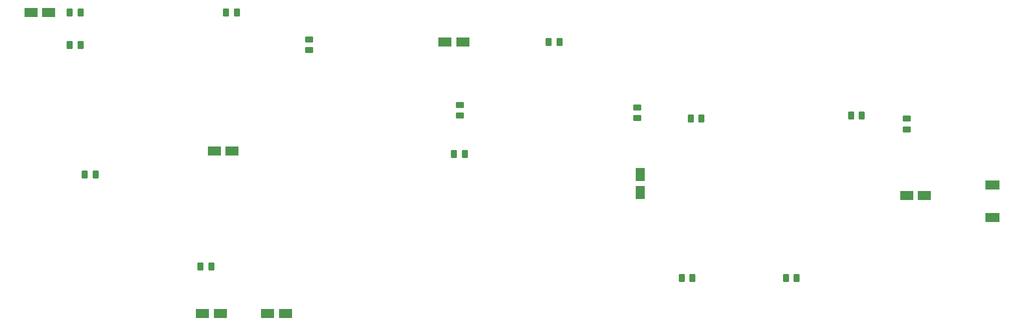
<source format=gbr>
%TF.GenerationSoftware,KiCad,Pcbnew,8.0.8*%
%TF.CreationDate,2026-01-13T22:52:37+05:30*%
%TF.ProjectId,pre audio amplifier,70726520-6175-4646-996f-20616d706c69,rev?*%
%TF.SameCoordinates,Original*%
%TF.FileFunction,Paste,Top*%
%TF.FilePolarity,Positive*%
%FSLAX46Y46*%
G04 Gerber Fmt 4.6, Leading zero omitted, Abs format (unit mm)*
G04 Created by KiCad (PCBNEW 8.0.8) date 2026-01-13 22:52:37*
%MOMM*%
%LPD*%
G01*
G04 APERTURE LIST*
G04 Aperture macros list*
%AMRoundRect*
0 Rectangle with rounded corners*
0 $1 Rounding radius*
0 $2 $3 $4 $5 $6 $7 $8 $9 X,Y pos of 4 corners*
0 Add a 4 corners polygon primitive as box body*
4,1,4,$2,$3,$4,$5,$6,$7,$8,$9,$2,$3,0*
0 Add four circle primitives for the rounded corners*
1,1,$1+$1,$2,$3*
1,1,$1+$1,$4,$5*
1,1,$1+$1,$6,$7*
1,1,$1+$1,$8,$9*
0 Add four rect primitives between the rounded corners*
20,1,$1+$1,$2,$3,$4,$5,0*
20,1,$1+$1,$4,$5,$6,$7,0*
20,1,$1+$1,$6,$7,$8,$9,0*
20,1,$1+$1,$8,$9,$2,$3,0*%
G04 Aperture macros list end*
%ADD10R,2.200000X1.600000*%
%ADD11R,2.400000X1.500000*%
%ADD12RoundRect,0.250000X-0.262500X-0.450000X0.262500X-0.450000X0.262500X0.450000X-0.262500X0.450000X0*%
%ADD13RoundRect,0.250000X0.262500X0.450000X-0.262500X0.450000X-0.262500X-0.450000X0.262500X-0.450000X0*%
%ADD14RoundRect,0.250000X0.450000X-0.262500X0.450000X0.262500X-0.450000X0.262500X-0.450000X-0.262500X0*%
%ADD15RoundRect,0.250000X-0.450000X0.262500X-0.450000X-0.262500X0.450000X-0.262500X0.450000X0.262500X0*%
%ADD16R,1.600000X2.200000*%
G04 APERTURE END LIST*
D10*
%TO.C,C6*%
X97000000Y-84500000D03*
X100000000Y-84500000D03*
%TD*%
%TO.C,C8*%
X178000000Y-110500000D03*
X175000000Y-110500000D03*
%TD*%
D11*
%TO.C,L1*%
X189500000Y-108750000D03*
X189500000Y-114250000D03*
%TD*%
D10*
%TO.C,C3*%
X61000000Y-103000000D03*
X58000000Y-103000000D03*
%TD*%
D12*
%TO.C,R16*%
X165587500Y-97000000D03*
X167412500Y-97000000D03*
%TD*%
D10*
%TO.C,C5*%
X56000000Y-130500000D03*
X59000000Y-130500000D03*
%TD*%
D13*
%TO.C,R7*%
X57500000Y-122500000D03*
X55675000Y-122500000D03*
%TD*%
D10*
%TO.C,C1*%
X27000000Y-79500000D03*
X30000000Y-79500000D03*
%TD*%
%TO.C,C4*%
X67000000Y-130500000D03*
X70000000Y-130500000D03*
%TD*%
D12*
%TO.C,R9*%
X98500000Y-103500000D03*
X100325000Y-103500000D03*
%TD*%
D14*
%TO.C,R17*%
X175000000Y-99325000D03*
X175000000Y-97500000D03*
%TD*%
D13*
%TO.C,R8*%
X156412500Y-124500000D03*
X154587500Y-124500000D03*
%TD*%
D12*
%TO.C,R13*%
X137000000Y-124500000D03*
X138825000Y-124500000D03*
%TD*%
D15*
%TO.C,R11*%
X99500000Y-95175000D03*
X99500000Y-97000000D03*
%TD*%
%TO.C,R5*%
X74000000Y-84087500D03*
X74000000Y-85912500D03*
%TD*%
D12*
%TO.C,R15*%
X138500000Y-97500000D03*
X140325000Y-97500000D03*
%TD*%
%TO.C,R6*%
X36087500Y-107000000D03*
X37912500Y-107000000D03*
%TD*%
D13*
%TO.C,R1*%
X61825000Y-79500000D03*
X60000000Y-79500000D03*
%TD*%
D12*
%TO.C,R10*%
X114500000Y-84500000D03*
X116325000Y-84500000D03*
%TD*%
D16*
%TO.C,C7*%
X130000000Y-110000000D03*
X130000000Y-107000000D03*
%TD*%
D12*
%TO.C,R4*%
X33587500Y-79500000D03*
X35412500Y-79500000D03*
%TD*%
%TO.C,R3*%
X33587500Y-85000000D03*
X35412500Y-85000000D03*
%TD*%
D14*
%TO.C,R12*%
X129500000Y-97412500D03*
X129500000Y-95587500D03*
%TD*%
M02*

</source>
